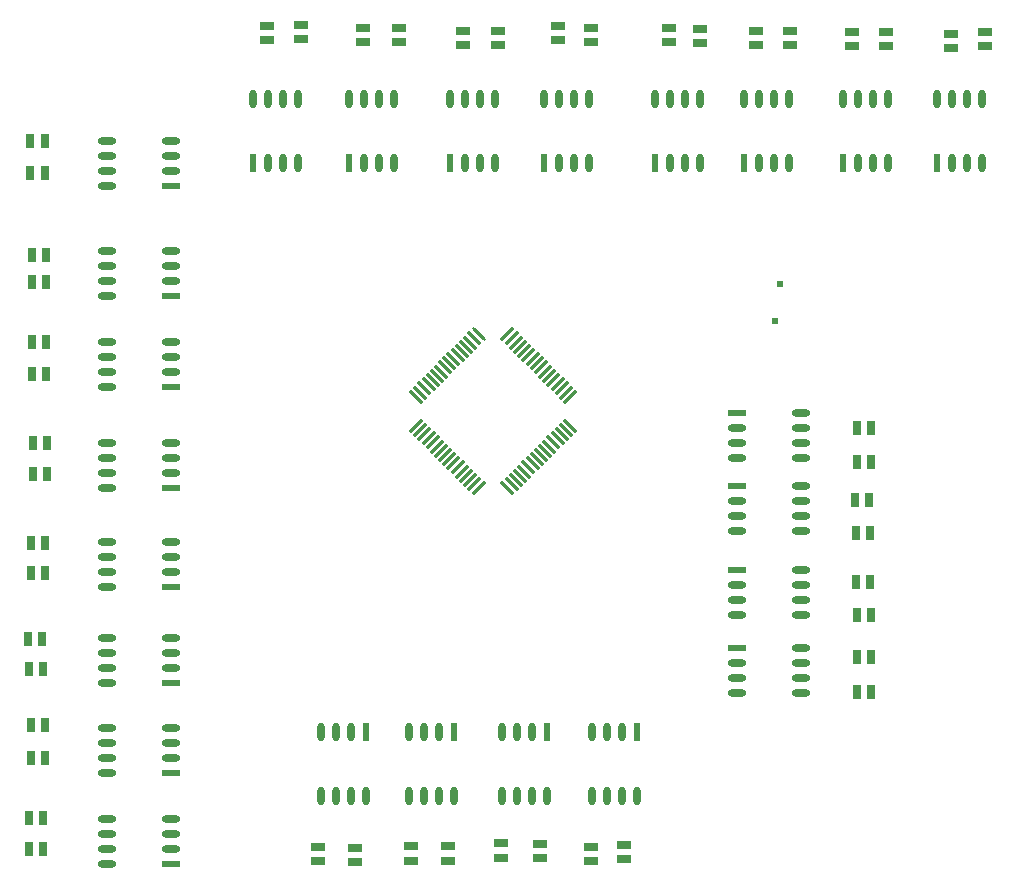
<source format=gtp>
%FSTAX23Y23*%
%MOIN*%
%SFA1B1*%

%IPPOS*%
%AMD19*
4,1,4,0.025000,0.018100,0.018100,0.025000,-0.025000,-0.018100,-0.018100,-0.025000,0.025000,0.018100,0.0*
%
%AMD20*
4,1,4,-0.018100,0.025000,-0.025000,0.018100,0.018100,-0.025000,0.025000,-0.018100,-0.018100,0.025000,0.0*
%
%AMD21*
4,1,4,-0.014600,0.021500,-0.021500,0.014600,0.014600,-0.021500,0.021500,-0.014600,-0.014600,0.021500,0.0*
1,1,0.009843,-0.018000,0.018000*
1,1,0.009843,0.018000,-0.018000*
%
%ADD13R,0.051181X0.027559*%
%ADD14R,0.027559X0.051181*%
%ADD15R,0.023622X0.061024*%
%ADD16O,0.023622X0.061024*%
%ADD17R,0.061024X0.023622*%
%ADD18O,0.061024X0.023622*%
G04~CAMADD=19~9~0.0~0.0~98.4~610.2~0.0~0.0~0~0.0~0.0~0.0~0.0~0~0.0~0.0~0.0~0.0~0~0.0~0.0~0.0~315.0~500.0~499.0*
%ADD19D19*%
G04~CAMADD=20~9~0.0~0.0~98.4~610.2~0.0~0.0~0~0.0~0.0~0.0~0.0~0~0.0~0.0~0.0~0.0~0~0.0~0.0~0.0~45.0~500.0~499.0*
%ADD20D20*%
G04~CAMADD=21~3~0.0~0.0~98.4~610.2~0.0~0.0~0~0.0~0.0~0.0~0.0~0~0.0~0.0~0.0~0.0~0~0.0~0.0~0.0~45.0~458.0~458.0*
%ADD21D21*%
%ADD22R,0.023622X0.019685*%
%LNpcb1-1*%
%LPD*%
G54D13*
X0551Y03831D03*
Y03878D03*
X04465Y01143D03*
Y01096D03*
X05915Y03821D03*
Y03868D03*
X0525Y03831D03*
Y03878D03*
X0494Y03821D03*
Y03868D03*
X0514Y03836D03*
Y03883D03*
X0417Y03836D03*
Y03883D03*
X0461Y03831D03*
Y03878D03*
X0449Y03831D03*
Y03878D03*
X04825Y03821D03*
Y03868D03*
X06565Y03816D03*
Y03863D03*
X04285Y03841D03*
Y03888D03*
X0645Y03811D03*
Y03858D03*
X058Y03821D03*
Y03868D03*
X05615Y03826D03*
Y03873D03*
X0612Y03816D03*
Y03863D03*
X06235Y03816D03*
Y03863D03*
X0434Y01148D03*
Y01101D03*
X0465Y0115D03*
Y01102D03*
X0495Y0116D03*
Y01112D03*
X0525Y01148D03*
Y01101D03*
X04775Y0115D03*
Y01102D03*
X0508Y01158D03*
Y01111D03*
X0536Y01155D03*
Y01107D03*
G54D14*
X06136Y0243D03*
X06183D03*
X06137Y02545D03*
X06185D03*
X03425Y0114D03*
X03377D03*
X06135Y02195D03*
X06182D03*
X06131Y02305D03*
X06178D03*
X06136Y0192D03*
X06183D03*
X06135Y0203D03*
X06182D03*
X03422Y0184D03*
X03375D03*
X03432Y0206D03*
X03385D03*
X03432Y0216D03*
X03385D03*
X0343Y01445D03*
X03383D03*
X03425Y0174D03*
X03378D03*
X03438Y0239D03*
X03391D03*
X03433Y0283D03*
X03386D03*
X03433Y0312D03*
X03386D03*
X03425Y01245D03*
X03377D03*
X03432Y01555D03*
X03385D03*
X03438Y02495D03*
X03391D03*
X03433Y02725D03*
X03386D03*
X03433Y0303D03*
X03386D03*
X0343Y03395D03*
X03382D03*
X0343Y035D03*
X03382D03*
X06136Y01782D03*
X06183D03*
X06136Y01665D03*
X06183D03*
G54D15*
X06405Y03427D03*
X05405Y0153D03*
X05105D03*
X04795D03*
X045D03*
X0478Y03427D03*
X05095D03*
X05465D03*
X0576D03*
X04125D03*
X04445D03*
X0609D03*
G54D16*
X06455Y03427D03*
X06505D03*
X06555D03*
X06405Y0364D03*
X06455D03*
X06505D03*
X06555D03*
X05355Y0153D03*
X05305D03*
X05255D03*
X05405Y01317D03*
X05355D03*
X05305D03*
X05255D03*
X05055Y0153D03*
X05005D03*
X04955D03*
X05105Y01317D03*
X05055D03*
X05005D03*
X04955D03*
X04745Y0153D03*
X04695D03*
X04645D03*
X04795Y01317D03*
X04745D03*
X04695D03*
X04645D03*
X0445Y0153D03*
X044D03*
X0435D03*
X045Y01317D03*
X0445D03*
X044D03*
X0435D03*
X0483Y03427D03*
X0488D03*
X0493D03*
X0478Y0364D03*
X0483D03*
X0488D03*
X0493D03*
X05145Y03427D03*
X05195D03*
X05245D03*
X05095Y0364D03*
X05145D03*
X05195D03*
X05245D03*
X05515Y03427D03*
X05565D03*
X05615D03*
X05465Y0364D03*
X05515D03*
X05565D03*
X05615D03*
X0581Y03427D03*
X0586D03*
X0591D03*
X0576Y0364D03*
X0581D03*
X0586D03*
X0591D03*
X04175Y03427D03*
X04225D03*
X04275D03*
X04125Y0364D03*
X04175D03*
X04225D03*
X04275D03*
X04495Y03427D03*
X04545D03*
X04595D03*
X04445Y0364D03*
X04495D03*
X04545D03*
X04595D03*
X0614Y03427D03*
X0619D03*
X0624D03*
X0609Y0364D03*
X0614D03*
X0619D03*
X0624D03*
G54D17*
X05737Y02595D03*
Y0207D03*
Y0181D03*
X0385Y0109D03*
Y01395D03*
Y01695D03*
Y02015D03*
Y02345D03*
Y0268D03*
Y02985D03*
Y0335D03*
X05737Y0235D03*
G54D18*
X05737Y02545D03*
Y02495D03*
Y02445D03*
X0595Y02595D03*
Y02545D03*
Y02495D03*
Y02445D03*
X05737Y0202D03*
Y0197D03*
Y0192D03*
X0595Y0207D03*
Y0202D03*
Y0197D03*
Y0192D03*
X05737Y0176D03*
Y0171D03*
Y0166D03*
X0595Y0181D03*
Y0176D03*
Y0171D03*
Y0166D03*
X0385Y0114D03*
Y0119D03*
Y0124D03*
X03637Y0109D03*
Y0114D03*
Y0119D03*
Y0124D03*
X0385Y01445D03*
Y01495D03*
Y01545D03*
X03637Y01395D03*
Y01445D03*
Y01495D03*
Y01545D03*
X0385Y01745D03*
Y01795D03*
Y01845D03*
X03637Y01695D03*
Y01745D03*
Y01795D03*
Y01845D03*
X0385Y02065D03*
Y02115D03*
Y02165D03*
X03637Y02015D03*
Y02065D03*
Y02115D03*
Y02165D03*
X0385Y02395D03*
Y02445D03*
Y02495D03*
X03637Y02345D03*
Y02395D03*
Y02445D03*
Y02495D03*
X0385Y0273D03*
Y0278D03*
Y0283D03*
X03637Y0268D03*
Y0273D03*
Y0278D03*
Y0283D03*
X0385Y03035D03*
Y03085D03*
Y03135D03*
X03637Y02985D03*
Y03035D03*
Y03085D03*
Y03135D03*
X0385Y034D03*
Y0345D03*
Y035D03*
X03637Y0335D03*
Y034D03*
Y0345D03*
Y035D03*
X05737Y023D03*
Y0225D03*
Y022D03*
X0595Y0235D03*
Y023D03*
Y0225D03*
Y022D03*
G54D19*
X04972Y02857D03*
X04986Y02843D03*
X05Y02829D03*
X05014Y02815D03*
X05028Y02801D03*
X05042Y02787D03*
X05056Y02773D03*
X0507Y0276D03*
X05083Y02746D03*
X05097Y02732D03*
X05111Y02718D03*
X05125Y02704D03*
X05139Y0269D03*
X05153Y02676D03*
X05167Y02662D03*
X05181Y02648D03*
X04876Y02343D03*
X04862Y02357D03*
X04848Y02371D03*
X04834Y02385D03*
X0482Y02399D03*
X04806Y02413D03*
X04792Y02427D03*
X04778Y0244D03*
X04764Y02454D03*
X0475Y02468D03*
X04737Y02482D03*
X04723Y02496D03*
X04709Y0251D03*
X04695Y02524D03*
X04681Y02538D03*
X04667Y02552D03*
G54D20*
X05181Y02552D03*
X05167Y02538D03*
X05153Y02524D03*
X05139Y0251D03*
X05125Y02496D03*
X05111Y02482D03*
X05097Y02468D03*
X05083Y02454D03*
X0507Y0244D03*
X05056Y02427D03*
X05042Y02413D03*
X05028Y02399D03*
X05014Y02385D03*
X05Y02371D03*
X04986Y02357D03*
X04972Y02343D03*
X04667Y02648D03*
X04681Y02662D03*
X04695Y02676D03*
X04709Y0269D03*
X04723Y02704D03*
X04737Y02718D03*
X0475Y02732D03*
X04764Y02746D03*
X04778Y0276D03*
X04792Y02773D03*
X04806Y02787D03*
X0482Y02801D03*
X04834Y02815D03*
X04848Y02829D03*
X04862Y02843D03*
G54D21*
X04876Y02857D03*
G54D22*
X0588Y03025D03*
X05865Y029D03*
M02*
</source>
